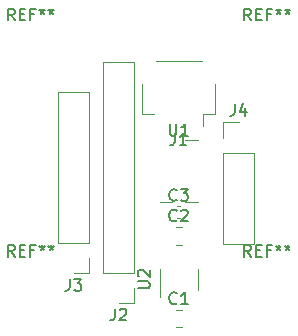
<source format=gbr>
%TF.GenerationSoftware,KiCad,Pcbnew,(6.0.5)*%
%TF.CreationDate,2022-10-07T13:32:44+01:00*%
%TF.ProjectId,IBBC_0001,49424243-5f30-4303-9031-2e6b69636164,rev?*%
%TF.SameCoordinates,Original*%
%TF.FileFunction,Legend,Top*%
%TF.FilePolarity,Positive*%
%FSLAX46Y46*%
G04 Gerber Fmt 4.6, Leading zero omitted, Abs format (unit mm)*
G04 Created by KiCad (PCBNEW (6.0.5)) date 2022-10-07 13:32:44*
%MOMM*%
%LPD*%
G01*
G04 APERTURE LIST*
%ADD10C,0.150000*%
%ADD11C,0.120000*%
G04 APERTURE END LIST*
D10*
%TO.C,REF\u002A\u002A*%
X-11333333Y-6252380D02*
X-11666666Y-5776190D01*
X-11904761Y-6252380D02*
X-11904761Y-5252380D01*
X-11523809Y-5252380D01*
X-11428571Y-5300000D01*
X-11380952Y-5347619D01*
X-11333333Y-5442857D01*
X-11333333Y-5585714D01*
X-11380952Y-5680952D01*
X-11428571Y-5728571D01*
X-11523809Y-5776190D01*
X-11904761Y-5776190D01*
X-10904761Y-5728571D02*
X-10571428Y-5728571D01*
X-10428571Y-6252380D02*
X-10904761Y-6252380D01*
X-10904761Y-5252380D01*
X-10428571Y-5252380D01*
X-9666666Y-5728571D02*
X-10000000Y-5728571D01*
X-10000000Y-6252380D02*
X-10000000Y-5252380D01*
X-9523809Y-5252380D01*
X-9000000Y-5252380D02*
X-9000000Y-5490476D01*
X-9238095Y-5395238D02*
X-9000000Y-5490476D01*
X-8761904Y-5395238D01*
X-9142857Y-5680952D02*
X-9000000Y-5490476D01*
X-8857142Y-5680952D01*
X-8238095Y-5252380D02*
X-8238095Y-5490476D01*
X-8476190Y-5395238D02*
X-8238095Y-5490476D01*
X-8000000Y-5395238D01*
X-8380952Y-5680952D02*
X-8238095Y-5490476D01*
X-8095238Y-5680952D01*
X-11333333Y13747619D02*
X-11666666Y14223809D01*
X-11904761Y13747619D02*
X-11904761Y14747619D01*
X-11523809Y14747619D01*
X-11428571Y14700000D01*
X-11380952Y14652380D01*
X-11333333Y14557142D01*
X-11333333Y14414285D01*
X-11380952Y14319047D01*
X-11428571Y14271428D01*
X-11523809Y14223809D01*
X-11904761Y14223809D01*
X-10904761Y14271428D02*
X-10571428Y14271428D01*
X-10428571Y13747619D02*
X-10904761Y13747619D01*
X-10904761Y14747619D01*
X-10428571Y14747619D01*
X-9666666Y14271428D02*
X-10000000Y14271428D01*
X-10000000Y13747619D02*
X-10000000Y14747619D01*
X-9523809Y14747619D01*
X-9000000Y14747619D02*
X-9000000Y14509523D01*
X-9238095Y14604761D02*
X-9000000Y14509523D01*
X-8761904Y14604761D01*
X-9142857Y14319047D02*
X-9000000Y14509523D01*
X-8857142Y14319047D01*
X-8238095Y14747619D02*
X-8238095Y14509523D01*
X-8476190Y14604761D02*
X-8238095Y14509523D01*
X-8000000Y14604761D01*
X-8380952Y14319047D02*
X-8238095Y14509523D01*
X-8095238Y14319047D01*
X8666666Y13747619D02*
X8333333Y14223809D01*
X8095238Y13747619D02*
X8095238Y14747619D01*
X8476190Y14747619D01*
X8571428Y14700000D01*
X8619047Y14652380D01*
X8666666Y14557142D01*
X8666666Y14414285D01*
X8619047Y14319047D01*
X8571428Y14271428D01*
X8476190Y14223809D01*
X8095238Y14223809D01*
X9095238Y14271428D02*
X9428571Y14271428D01*
X9571428Y13747619D02*
X9095238Y13747619D01*
X9095238Y14747619D01*
X9571428Y14747619D01*
X10333333Y14271428D02*
X10000000Y14271428D01*
X10000000Y13747619D02*
X10000000Y14747619D01*
X10476190Y14747619D01*
X11000000Y14747619D02*
X11000000Y14509523D01*
X10761904Y14604761D02*
X11000000Y14509523D01*
X11238095Y14604761D01*
X10857142Y14319047D02*
X11000000Y14509523D01*
X11142857Y14319047D01*
X11761904Y14747619D02*
X11761904Y14509523D01*
X11523809Y14604761D02*
X11761904Y14509523D01*
X12000000Y14604761D01*
X11619047Y14319047D02*
X11761904Y14509523D01*
X11904761Y14319047D01*
X8666666Y-6252380D02*
X8333333Y-5776190D01*
X8095238Y-6252380D02*
X8095238Y-5252380D01*
X8476190Y-5252380D01*
X8571428Y-5300000D01*
X8619047Y-5347619D01*
X8666666Y-5442857D01*
X8666666Y-5585714D01*
X8619047Y-5680952D01*
X8571428Y-5728571D01*
X8476190Y-5776190D01*
X8095238Y-5776190D01*
X9095238Y-5728571D02*
X9428571Y-5728571D01*
X9571428Y-6252380D02*
X9095238Y-6252380D01*
X9095238Y-5252380D01*
X9571428Y-5252380D01*
X10333333Y-5728571D02*
X10000000Y-5728571D01*
X10000000Y-6252380D02*
X10000000Y-5252380D01*
X10476190Y-5252380D01*
X11000000Y-5252380D02*
X11000000Y-5490476D01*
X10761904Y-5395238D02*
X11000000Y-5490476D01*
X11238095Y-5395238D01*
X10857142Y-5680952D02*
X11000000Y-5490476D01*
X11142857Y-5680952D01*
X11761904Y-5252380D02*
X11761904Y-5490476D01*
X11523809Y-5395238D02*
X11761904Y-5490476D01*
X12000000Y-5395238D01*
X11619047Y-5680952D02*
X11761904Y-5490476D01*
X11904761Y-5680952D01*
%TO.C,U2*%
X-907619Y-8921904D02*
X-98095Y-8921904D01*
X-2857Y-8874285D01*
X44761Y-8826666D01*
X92380Y-8731428D01*
X92380Y-8540952D01*
X44761Y-8445714D01*
X-2857Y-8398095D01*
X-98095Y-8350476D01*
X-907619Y-8350476D01*
X-812380Y-7921904D02*
X-860000Y-7874285D01*
X-907619Y-7779047D01*
X-907619Y-7540952D01*
X-860000Y-7445714D01*
X-812380Y-7398095D01*
X-717142Y-7350476D01*
X-621904Y-7350476D01*
X-479047Y-7398095D01*
X92380Y-7969523D01*
X92380Y-7350476D01*
%TO.C,C3*%
X2373333Y-1427142D02*
X2325714Y-1474761D01*
X2182857Y-1522380D01*
X2087619Y-1522380D01*
X1944761Y-1474761D01*
X1849523Y-1379523D01*
X1801904Y-1284285D01*
X1754285Y-1093809D01*
X1754285Y-950952D01*
X1801904Y-760476D01*
X1849523Y-665238D01*
X1944761Y-570000D01*
X2087619Y-522380D01*
X2182857Y-522380D01*
X2325714Y-570000D01*
X2373333Y-617619D01*
X2706666Y-522380D02*
X3325714Y-522380D01*
X2992380Y-903333D01*
X3135238Y-903333D01*
X3230476Y-950952D01*
X3278095Y-998571D01*
X3325714Y-1093809D01*
X3325714Y-1331904D01*
X3278095Y-1427142D01*
X3230476Y-1474761D01*
X3135238Y-1522380D01*
X2849523Y-1522380D01*
X2754285Y-1474761D01*
X2706666Y-1427142D01*
%TO.C,C2*%
X2373333Y-3177142D02*
X2325714Y-3224761D01*
X2182857Y-3272380D01*
X2087619Y-3272380D01*
X1944761Y-3224761D01*
X1849523Y-3129523D01*
X1801904Y-3034285D01*
X1754285Y-2843809D01*
X1754285Y-2700952D01*
X1801904Y-2510476D01*
X1849523Y-2415238D01*
X1944761Y-2320000D01*
X2087619Y-2272380D01*
X2182857Y-2272380D01*
X2325714Y-2320000D01*
X2373333Y-2367619D01*
X2754285Y-2367619D02*
X2801904Y-2320000D01*
X2897142Y-2272380D01*
X3135238Y-2272380D01*
X3230476Y-2320000D01*
X3278095Y-2367619D01*
X3325714Y-2462857D01*
X3325714Y-2558095D01*
X3278095Y-2700952D01*
X2706666Y-3272380D01*
X3325714Y-3272380D01*
%TO.C,C1*%
X2373333Y-10177142D02*
X2325714Y-10224761D01*
X2182857Y-10272380D01*
X2087619Y-10272380D01*
X1944761Y-10224761D01*
X1849523Y-10129523D01*
X1801904Y-10034285D01*
X1754285Y-9843809D01*
X1754285Y-9700952D01*
X1801904Y-9510476D01*
X1849523Y-9415238D01*
X1944761Y-9320000D01*
X2087619Y-9272380D01*
X2182857Y-9272380D01*
X2325714Y-9320000D01*
X2373333Y-9367619D01*
X3325714Y-10272380D02*
X2754285Y-10272380D01*
X3040000Y-10272380D02*
X3040000Y-9272380D01*
X2944761Y-9415238D01*
X2849523Y-9510476D01*
X2754285Y-9558095D01*
%TO.C,J1*%
X2206666Y4187619D02*
X2206666Y3473333D01*
X2159047Y3330476D01*
X2063809Y3235238D01*
X1920952Y3187619D01*
X1825714Y3187619D01*
X3206666Y3187619D02*
X2635238Y3187619D01*
X2920952Y3187619D02*
X2920952Y4187619D01*
X2825714Y4044761D01*
X2730476Y3949523D01*
X2635238Y3901904D01*
%TO.C,U1*%
X1778095Y4997619D02*
X1778095Y4188095D01*
X1825714Y4092857D01*
X1873333Y4045238D01*
X1968571Y3997619D01*
X2159047Y3997619D01*
X2254285Y4045238D01*
X2301904Y4092857D01*
X2349523Y4188095D01*
X2349523Y4997619D01*
X3349523Y3997619D02*
X2778095Y3997619D01*
X3063809Y3997619D02*
X3063809Y4997619D01*
X2968571Y4854761D01*
X2873333Y4759523D01*
X2778095Y4711904D01*
%TO.C,J4*%
X7286666Y6677619D02*
X7286666Y5963333D01*
X7239047Y5820476D01*
X7143809Y5725238D01*
X7000952Y5677619D01*
X6905714Y5677619D01*
X8191428Y6344285D02*
X8191428Y5677619D01*
X7953333Y6725238D02*
X7715238Y6010952D01*
X8334285Y6010952D01*
%TO.C,J3*%
X-6683333Y-8132380D02*
X-6683333Y-8846666D01*
X-6730952Y-8989523D01*
X-6826190Y-9084761D01*
X-6969047Y-9132380D01*
X-7064285Y-9132380D01*
X-6302380Y-8132380D02*
X-5683333Y-8132380D01*
X-6016666Y-8513333D01*
X-5873809Y-8513333D01*
X-5778571Y-8560952D01*
X-5730952Y-8608571D01*
X-5683333Y-8703809D01*
X-5683333Y-8941904D01*
X-5730952Y-9037142D01*
X-5778571Y-9084761D01*
X-5873809Y-9132380D01*
X-6159523Y-9132380D01*
X-6254761Y-9084761D01*
X-6302380Y-9037142D01*
%TO.C,J2*%
X-2873333Y-10657380D02*
X-2873333Y-11371666D01*
X-2920952Y-11514523D01*
X-3016190Y-11609761D01*
X-3159047Y-11657380D01*
X-3254285Y-11657380D01*
X-2444761Y-10752619D02*
X-2397142Y-10705000D01*
X-2301904Y-10657380D01*
X-2063809Y-10657380D01*
X-1968571Y-10705000D01*
X-1920952Y-10752619D01*
X-1873333Y-10847857D01*
X-1873333Y-10943095D01*
X-1920952Y-11085952D01*
X-2492380Y-11657380D01*
X-1873333Y-11657380D01*
D11*
%TO.C,U2*%
X4150000Y-9060000D02*
X4150000Y-7260000D01*
X930000Y-7260000D02*
X930000Y-9710000D01*
%TO.C,C3*%
X2393733Y-1990000D02*
X2686267Y-1990000D01*
X2393733Y-3010000D02*
X2686267Y-3010000D01*
%TO.C,C2*%
X2278748Y-5235000D02*
X2801252Y-5235000D01*
X2278748Y-3765000D02*
X2801252Y-3765000D01*
%TO.C,C1*%
X2278748Y-10765000D02*
X2801252Y-10765000D01*
X2278748Y-12235000D02*
X2801252Y-12235000D01*
%TO.C,J1*%
X4480000Y10305000D02*
X600000Y10305000D01*
X5650000Y8335000D02*
X5650000Y5835000D01*
X-570000Y8335000D02*
X-570000Y5835000D01*
X5650000Y5835000D02*
X4600000Y5835000D01*
X-570000Y5835000D02*
X480000Y5835000D01*
X4600000Y5835000D02*
X4600000Y4845000D01*
%TO.C,U1*%
X3100000Y-1610000D02*
X4150000Y-1610000D01*
X3100000Y3610000D02*
X4150000Y3610000D01*
X1980000Y-1610000D02*
X930000Y-1610000D01*
%TO.C,J4*%
X8950000Y2530000D02*
X8950000Y-5150000D01*
X6290000Y3800000D02*
X6290000Y5130000D01*
X6290000Y-5150000D02*
X8950000Y-5150000D01*
X6290000Y2530000D02*
X8950000Y2530000D01*
X6290000Y5130000D02*
X7620000Y5130000D01*
X6290000Y2530000D02*
X6290000Y-5150000D01*
%TO.C,J3*%
X-5020000Y-5080000D02*
X-5020000Y7680000D01*
X-5020000Y-6350000D02*
X-5020000Y-7680000D01*
X-5020000Y-7680000D02*
X-6350000Y-7680000D01*
X-5020000Y-5080000D02*
X-7680000Y-5080000D01*
X-5020000Y7680000D02*
X-7680000Y7680000D01*
X-7680000Y-5080000D02*
X-7680000Y7680000D01*
%TO.C,J2*%
X-1210000Y-7605000D02*
X-3870000Y-7605000D01*
X-1210000Y10235000D02*
X-3870000Y10235000D01*
X-1210000Y-7605000D02*
X-1210000Y10235000D01*
X-1210000Y-8875000D02*
X-1210000Y-10205000D01*
X-3870000Y-7605000D02*
X-3870000Y10235000D01*
X-1210000Y-10205000D02*
X-2540000Y-10205000D01*
%TD*%
M02*

</source>
